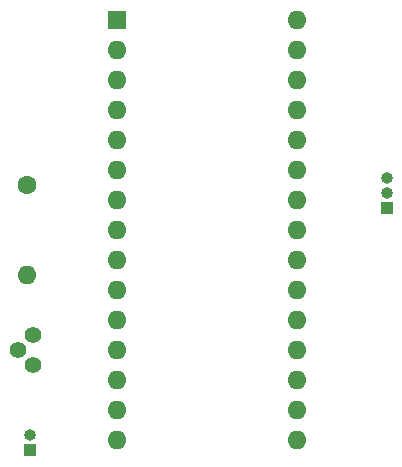
<source format=gbr>
%TF.GenerationSoftware,KiCad,Pcbnew,(6.0.11)*%
%TF.CreationDate,2023-02-17T13:23:48-05:00*%
%TF.ProjectId,mainboard,6d61696e-626f-4617-9264-2e6b69636164,rev?*%
%TF.SameCoordinates,Original*%
%TF.FileFunction,Copper,L2,Bot*%
%TF.FilePolarity,Positive*%
%FSLAX46Y46*%
G04 Gerber Fmt 4.6, Leading zero omitted, Abs format (unit mm)*
G04 Created by KiCad (PCBNEW (6.0.11)) date 2023-02-17 13:23:48*
%MOMM*%
%LPD*%
G01*
G04 APERTURE LIST*
%TA.AperFunction,ComponentPad*%
%ADD10R,1.600000X1.600000*%
%TD*%
%TA.AperFunction,ComponentPad*%
%ADD11O,1.600000X1.600000*%
%TD*%
%TA.AperFunction,ComponentPad*%
%ADD12C,1.600000*%
%TD*%
%TA.AperFunction,ComponentPad*%
%ADD13C,1.400000*%
%TD*%
%TA.AperFunction,ComponentPad*%
%ADD14R,1.000000X1.000000*%
%TD*%
%TA.AperFunction,ComponentPad*%
%ADD15O,1.000000X1.000000*%
%TD*%
G04 APERTURE END LIST*
D10*
%TO.P,A1,1,TX1*%
%TO.N,unconnected-(A1-Pad1)*%
X116710000Y-111760000D03*
D11*
%TO.P,A1,2,RX1*%
%TO.N,unconnected-(A1-Pad2)*%
X116710000Y-114300000D03*
%TO.P,A1,3,~{RESET}*%
%TO.N,unconnected-(A1-Pad3)*%
X116710000Y-116840000D03*
%TO.P,A1,4,GND*%
%TO.N,GND*%
X116710000Y-119380000D03*
%TO.P,A1,5,D2*%
%TO.N,unconnected-(A1-Pad5)*%
X116710000Y-121920000D03*
%TO.P,A1,6,D3*%
%TO.N,T1*%
X116710000Y-124460000D03*
%TO.P,A1,7,D4*%
%TO.N,unconnected-(A1-Pad7)*%
X116710000Y-127000000D03*
%TO.P,A1,8,D5*%
%TO.N,unconnected-(A1-Pad8)*%
X116710000Y-129540000D03*
%TO.P,A1,9,D6*%
%TO.N,unconnected-(A1-Pad9)*%
X116710000Y-132080000D03*
%TO.P,A1,10,D7*%
%TO.N,unconnected-(A1-Pad10)*%
X116710000Y-134620000D03*
%TO.P,A1,11,D8*%
%TO.N,unconnected-(A1-Pad11)*%
X116710000Y-137160000D03*
%TO.P,A1,12,D9*%
%TO.N,unconnected-(A1-Pad12)*%
X116710000Y-139700000D03*
%TO.P,A1,13,D10*%
%TO.N,unconnected-(A1-Pad13)*%
X116710000Y-142240000D03*
%TO.P,A1,14,MOSI*%
%TO.N,unconnected-(A1-Pad14)*%
X116710000Y-144780000D03*
%TO.P,A1,15,MISO*%
%TO.N,unconnected-(A1-Pad15)*%
X116710000Y-147320000D03*
%TO.P,A1,16,SCK*%
%TO.N,unconnected-(A1-Pad16)*%
X131950000Y-147320000D03*
%TO.P,A1,17,3V3*%
%TO.N,unconnected-(A1-Pad17)*%
X131950000Y-144780000D03*
%TO.P,A1,18,AREF*%
%TO.N,unconnected-(A1-Pad18)*%
X131950000Y-142240000D03*
%TO.P,A1,19,A0*%
%TO.N,unconnected-(A1-Pad19)*%
X131950000Y-139700000D03*
%TO.P,A1,20,A1*%
%TO.N,unconnected-(A1-Pad20)*%
X131950000Y-137160000D03*
%TO.P,A1,21,A2*%
%TO.N,unconnected-(A1-Pad21)*%
X131950000Y-134620000D03*
%TO.P,A1,22,A3*%
%TO.N,Net-(A1-Pad22)*%
X131950000Y-132080000D03*
%TO.P,A1,23,SDA/A4*%
%TO.N,unconnected-(A1-Pad23)*%
X131950000Y-129540000D03*
%TO.P,A1,24,SCL/A5*%
%TO.N,unconnected-(A1-Pad24)*%
X131950000Y-127000000D03*
%TO.P,A1,25,A6*%
%TO.N,unconnected-(A1-Pad25)*%
X131950000Y-124460000D03*
%TO.P,A1,26,A7*%
%TO.N,unconnected-(A1-Pad26)*%
X131950000Y-121920000D03*
%TO.P,A1,27,+5V*%
%TO.N,+5V*%
X131950000Y-119380000D03*
%TO.P,A1,28,~{RESET}*%
%TO.N,unconnected-(A1-Pad28)*%
X131950000Y-116840000D03*
%TO.P,A1,29,GND*%
%TO.N,GND*%
X131950000Y-114300000D03*
%TO.P,A1,30,VIN*%
%TO.N,unconnected-(A1-Pad30)*%
X131950000Y-111760000D03*
%TD*%
D12*
%TO.P,R1,1*%
%TO.N,T1*%
X109090000Y-125730000D03*
D11*
%TO.P,R1,2*%
%TO.N,Net-(R1-Pad2)*%
X109090000Y-133350000D03*
%TD*%
D13*
%TO.P,Q1,1,COLLECTOR*%
%TO.N,Net-(Q1-Pad1)*%
X109597500Y-140970000D03*
%TO.P,Q1,2,BASE*%
%TO.N,Net-(R1-Pad2)*%
X108327500Y-139700000D03*
%TO.P,Q1,3,EMITTER*%
%TO.N,GND*%
X109597500Y-138405000D03*
%TD*%
D14*
%TO.P,U1,1,VCC*%
%TO.N,+5V*%
X139570000Y-127635000D03*
D15*
%TO.P,U1,2,SIG*%
%TO.N,Net-(A1-Pad22)*%
X139570000Y-126365000D03*
%TO.P,U1,3,GND*%
%TO.N,GND*%
X139570000Y-125095000D03*
%TD*%
D14*
%TO.P,M1,1,+*%
%TO.N,+5V*%
X109389991Y-148126250D03*
D15*
%TO.P,M1,2,-*%
%TO.N,Net-(Q1-Pad1)*%
X109389991Y-146856250D03*
%TD*%
M02*

</source>
